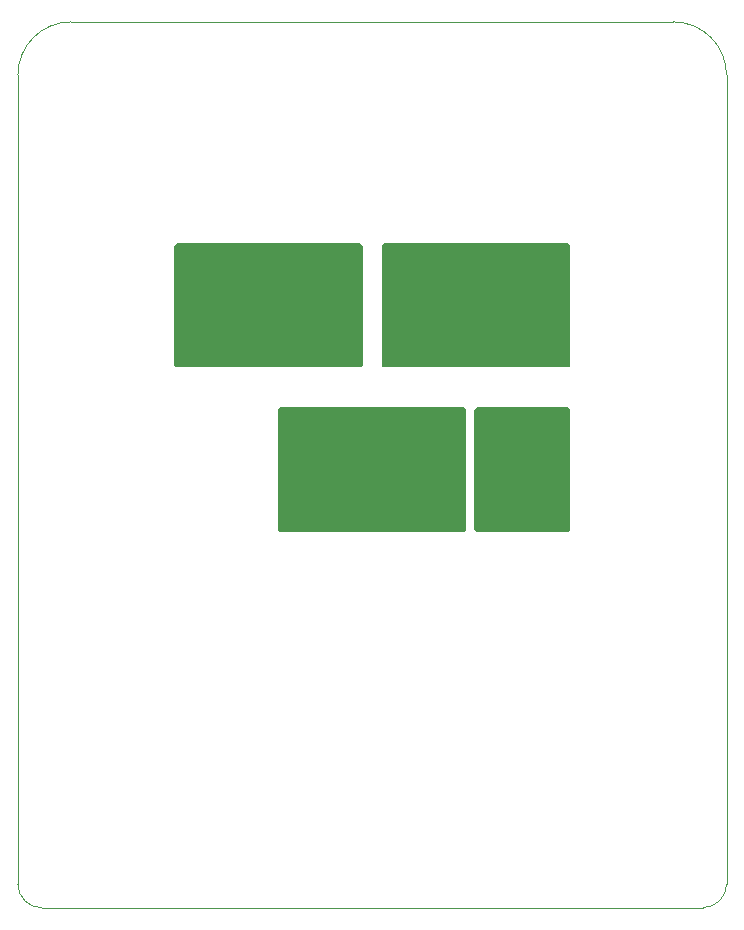
<source format=gbr>
%TF.GenerationSoftware,Altium Limited,Altium Designer,20.1.8 (145)*%
G04 Layer_Color=0*
%FSLAX44Y44*%
%MOMM*%
%TF.SameCoordinates,602AE14E-E67F-4A72-A58A-C630FF545DDC*%
%TF.FilePolarity,Positive*%
%TF.FileFunction,Profile,NP*%
%TF.Part,Single*%
G01*
G75*
%TA.AperFunction,Profile*%
%ADD158C,0.0254*%
G36*
X86500Y-129000D02*
Y-129497D01*
X86881Y-130416D01*
X87584Y-131119D01*
X88503Y-131500D01*
X89000D01*
D01*
X165000D01*
X165497D01*
X166416Y-131119D01*
X167119Y-130416D01*
X167500Y-129497D01*
Y-129000D01*
D01*
Y-29000D01*
Y-28503D01*
X167119Y-27584D01*
X166416Y-26881D01*
X165497Y-26500D01*
X165000D01*
D01*
X89000D01*
X88503D01*
X87584Y-26881D01*
X86881Y-27584D01*
X86500Y-28503D01*
Y-29000D01*
D01*
Y-129000D01*
D02*
G37*
G36*
X-79750Y-129000D02*
Y-29000D01*
Y-28503D01*
X-79369Y-27584D01*
X-78666Y-26881D01*
X-77747Y-26500D01*
X-77250D01*
D01*
X77250D01*
X77747D01*
X78666Y-26881D01*
X79369Y-27584D01*
X79750Y-28503D01*
Y-29000D01*
D01*
Y-129000D01*
Y-129497D01*
X79369Y-130416D01*
X78666Y-131119D01*
X77747Y-131500D01*
X77250D01*
D01*
X-77250D01*
X-77747D01*
X-78666Y-131119D01*
X-79369Y-130416D01*
X-79750Y-129497D01*
Y-129000D01*
D01*
D02*
G37*
G36*
X10500Y7500D02*
X10003D01*
X9084Y7881D01*
X8381Y8584D01*
X8000Y9503D01*
Y10000D01*
D01*
Y110000D01*
Y110497D01*
X8381Y111416D01*
X9084Y112119D01*
X10003Y112500D01*
X10500D01*
D01*
X165000D01*
X165497D01*
X166416Y112119D01*
X167119Y111416D01*
X167500Y110497D01*
Y110000D01*
D01*
Y10000D01*
Y9503D01*
X167119Y8584D01*
X166416Y7881D01*
X165497Y7500D01*
X165000D01*
D01*
X10500D01*
D02*
G37*
G36*
X-167500Y10000D02*
Y110000D01*
Y110497D01*
X-167119Y111416D01*
X-166416Y112119D01*
X-165497Y112500D01*
X-165000D01*
D01*
X-10500D01*
X-10003D01*
X-9084Y112119D01*
X-8381Y111416D01*
X-8000Y110497D01*
Y110000D01*
D01*
Y10000D01*
Y9503D01*
X-8381Y8584D01*
X-9084Y7881D01*
X-10003Y7500D01*
X-10500D01*
D01*
X-165000D01*
X-165497D01*
X-166416Y7881D01*
X-167119Y8584D01*
X-167500Y9503D01*
Y10000D01*
D01*
D02*
G37*
G36*
X10500Y7500D02*
X10003D01*
X9084Y7881D01*
X8381Y8584D01*
X8000Y9503D01*
Y10000D01*
D01*
Y110000D01*
Y110497D01*
X8381Y111416D01*
X9084Y112119D01*
X10003Y112500D01*
X10500D01*
D01*
X165000D01*
X165497D01*
X166416Y112119D01*
X167119Y111416D01*
X167500Y110497D01*
Y110000D01*
D01*
Y10000D01*
Y9503D01*
X167119Y8584D01*
X166416Y7881D01*
X165497Y7500D01*
X165000D01*
D01*
X10500D01*
D02*
G37*
G36*
X-167500Y10000D02*
Y110000D01*
Y110497D01*
X-167119Y111416D01*
X-166416Y112119D01*
X-165497Y112500D01*
X-165000D01*
D01*
X-10500D01*
X-10003D01*
X-9084Y112119D01*
X-8381Y111416D01*
X-8000Y110497D01*
Y110000D01*
D01*
Y10000D01*
Y9503D01*
X-8381Y8584D01*
X-9084Y7881D01*
X-10003Y7500D01*
X-10500D01*
D01*
X-165000D01*
X-165497D01*
X-166416Y7881D01*
X-167119Y8584D01*
X-167500Y9503D01*
Y10000D01*
D01*
D02*
G37*
G36*
X10500Y7500D02*
X10003D01*
X9084Y7881D01*
X8381Y8584D01*
X8000Y9503D01*
Y10000D01*
D01*
Y110000D01*
Y110497D01*
X8381Y111416D01*
X9084Y112119D01*
X10003Y112500D01*
X10500D01*
D01*
X165000D01*
X165497D01*
X166416Y112119D01*
X167119Y111416D01*
X167500Y110497D01*
Y110000D01*
D01*
Y10000D01*
Y9503D01*
X167119Y8584D01*
X166416Y7881D01*
X165497Y7500D01*
X165000D01*
D01*
X10500D01*
D02*
G37*
G36*
X-167500Y10000D02*
Y110000D01*
Y110497D01*
X-167119Y111416D01*
X-166416Y112119D01*
X-165497Y112500D01*
X-165000D01*
D01*
X-10500D01*
X-10003D01*
X-9084Y112119D01*
X-8381Y111416D01*
X-8000Y110497D01*
Y110000D01*
D01*
Y10000D01*
Y9503D01*
X-8381Y8584D01*
X-9084Y7881D01*
X-10003Y7500D01*
X-10500D01*
D01*
X-165000D01*
X-165497D01*
X-166416Y7881D01*
X-167119Y8584D01*
X-167500Y9503D01*
Y10000D01*
D01*
D02*
G37*
D158*
X-300000Y-430000D02*
G03*
X-280000Y-450000I20000J0D01*
G01*
X280000D01*
D02*
G03*
X300000Y-430000I0J20000D01*
G01*
Y255000D01*
D02*
G03*
X255000Y300000I-45000J0D01*
G01*
X-255000D01*
D02*
G03*
X-300000Y255000I0J-45000D01*
G01*
Y-430000D01*
%TF.MD5,ee8f2a79197826ff03af9679ab92f042*%
M02*

</source>
